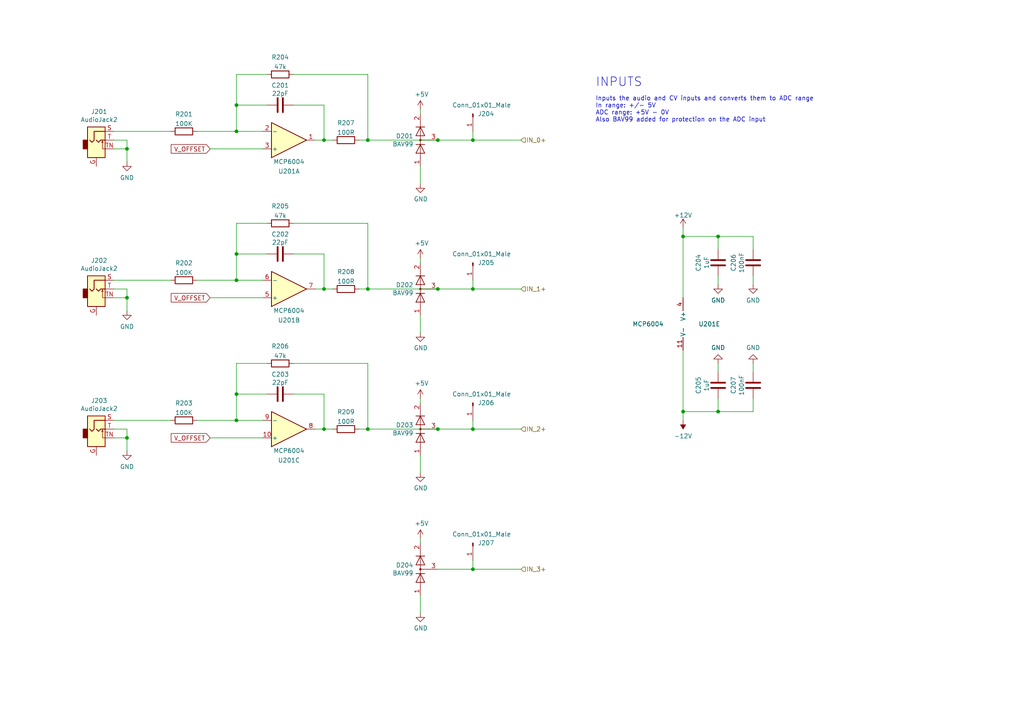
<source format=kicad_sch>
(kicad_sch (version 20211123) (generator eeschema)
  (paper "A4")
  (lib_symbols
    (symbol "Amplifier_Operational:MCP6004" (pin_names (offset 0.127))
      (property "Reference" "U" (at 0 5.08 0))
      (property "Value" "MCP6004" (at 0 -5.08 0))
      (symbol "MCP6004_1_1"
        (polyline (pts (xy -5.08 5.08) (xy 5.08 0) (xy -5.08 -5.08) (xy -5.08 5.08)) (stroke (width 0.254)) (fill (type background)))
        (pin output line (at 7.62 0 180) (length 2.54) (name "~") (number "1"))
        (pin input line (at -7.62 -2.54 0) (length 2.54) (name "-") (number "2"))
        (pin input line (at -7.62 2.54 0) (length 2.54) (name "+") (number "3"))
      )
      (symbol "MCP6004_2_1"
        (polyline (pts (xy -5.08 5.08) (xy 5.08 0) (xy -5.08 -5.08) (xy -5.08 5.08)) (stroke (width 0.254)) (fill (type background)))
        (pin input line (at -7.62 2.54 0) (length 2.54) (name "+") (number "5"))
        (pin input line (at -7.62 -2.54 0) (length 2.54) (name "-") (number "6"))
        (pin output line (at 7.62 0 180) (length 2.54) (name "~") (number "7"))
      )
      (symbol "MCP6004_3_1"
        (polyline (pts (xy -5.08 5.08) (xy 5.08 0) (xy -5.08 -5.08) (xy -5.08 5.08)) (stroke (width 0.254)) (fill (type background)))
        (pin input line (at -7.62 2.54 0) (length 2.54) (name "+") (number "10"))
        (pin output line (at 7.62 0 180) (length 2.54) (name "~") (number "8"))
        (pin input line (at -7.62 -2.54 0) (length 2.54) (name "-") (number "9"))
      )
      (symbol "MCP6004_4_1"
        (polyline (pts (xy -5.08 5.08) (xy 5.08 0) (xy -5.08 -5.08) (xy -5.08 5.08)) (stroke (width 0.254)) (fill (type background)))
        (pin input line (at -7.62 2.54 0) (length 2.54) (name "+") (number "12"))
        (pin input line (at -7.62 -2.54 0) (length 2.54) (name "-") (number "13"))
        (pin output line (at 7.62 0 180) (length 2.54) (name "~") (number "14"))
      )
      (symbol "MCP6004_5_1"
        (pin power_in line (at -2.54 -7.62 90) (length 3.81) (name "V-") (number "11"))
        (pin power_in line (at -2.54 7.62 270) (length 3.81) (name "V+") (number "4"))
      )
    )
    (symbol "Connector:AudioJack2_Ground_SwitchT"
      (property "Reference" "J" (at 0 8.89 0))
      (property "Value" "AudioJack2_Ground_SwitchT" (at 0 6.35 0))
      (symbol "AudioJack2_Ground_SwitchT_0_1"
        (rectangle (start -2.54 0) (end -3.81 -2.54) (stroke (width 0.254)) (fill (type outline)))
        (polyline (pts (xy 1.778 -0.254) (xy 2.032 -0.762)))
        (polyline (pts (xy 0 0) (xy 0.635 -0.635) (xy 1.27 0) (xy 2.54 0)) (stroke (width 0.254)))
        (polyline (pts (xy 2.54 -2.54) (xy 1.778 -2.54) (xy 1.778 -0.254) (xy 1.524 -0.762)))
        (polyline (pts (xy 2.54 2.54) (xy -0.635 2.54) (xy -0.635 0) (xy -1.27 -0.635) (xy -1.905 0)) (stroke (width 0.254)))
        (rectangle (start 2.54 3.81) (end -2.54 -5.08) (stroke (width 0.254)) (fill (type background)))
      )
      (symbol "AudioJack2_Ground_SwitchT_1_1"
        (pin passive line (at 0 -7.62 90) (length 2.54) (name "~") (number "G"))
        (pin passive line (at 5.08 2.54 180) (length 2.54) (name "~") (number "S"))
        (pin passive line (at 5.08 0 180) (length 2.54) (name "~") (number "T"))
        (pin passive line (at 5.08 -2.54 180) (length 2.54) (name "~") (number "TN"))
      )
    )
    (symbol "Connector:Conn_01x01_Male" (pin_names (offset 1.016) hide)
      (property "Reference" "J" (at 0 2.54 0))
      (property "Value" "Conn_01x01_Male" (at 0 -2.54 0))
      (symbol "Conn_01x01_Male_1_1"
        (polyline (pts (xy 1.27 0) (xy 0.8636 0)) (stroke (width 0.1524)))
        (rectangle (start 0.8636 0.127) (end 0 -0.127) (stroke (width 0.1524)) (fill (type outline)))
        (pin passive line (at 5.08 0 180) (length 3.81) (name "Pin_1") (number "1"))
      )
    )
    (symbol "Device:C" (pin_numbers hide) (pin_names (offset 0.254))
      (property "Reference" "C" (at 0.635 2.54 0))
      (property "Value" "C" (at 0.635 -2.54 0))
      (symbol "C_0_1"
        (polyline (pts (xy -2.032 -0.762) (xy 2.032 -0.762)) (stroke (width 0.508)))
        (polyline (pts (xy -2.032 0.762) (xy 2.032 0.762)) (stroke (width 0.508)))
      )
      (symbol "C_1_1"
        (pin passive line (at 0 3.81 270) (length 2.794) (name "~") (number "1"))
        (pin passive line (at 0 -3.81 90) (length 2.794) (name "~") (number "2"))
      )
    )
    (symbol "Device:R" (pin_numbers hide) (pin_names (offset 0))
      (property "Reference" "R" (at 2.032 0 90))
      (property "Value" "R" (at 0 0 90))
      (symbol "R_0_1"
        (rectangle (start -1.016 -2.54) (end 1.016 2.54) (stroke (width 0.254)))
      )
      (symbol "R_1_1"
        (pin passive line (at 0 3.81 270) (length 1.27) (name "~") (number "1"))
        (pin passive line (at 0 -3.81 90) (length 1.27) (name "~") (number "2"))
      )
    )
    (symbol "Diode:BAV99" (pin_names hide)
      (property "Reference" "D" (at 0 5.08 0))
      (property "Value" "Diode_BAV99" (at 0 2.54 0))
      (symbol "BAV99_0_1"
        (polyline (pts (xy -5.08 0) (xy 5.08 0)))
      )
      (symbol "BAV99_1_1"
        (polyline (pts (xy 0 0) (xy 0 -2.54)))
        (polyline (pts (xy -1.27 -1.27) (xy -1.27 1.27) (xy -1.27 1.27)) (stroke (width 0.2032)))
        (polyline (pts (xy 3.81 1.27) (xy 3.81 -1.27) (xy 3.81 -1.27)) (stroke (width 0.2032)))
        (polyline (pts (xy -3.81 1.27) (xy -1.27 0) (xy -3.81 -1.27) (xy -3.81 1.27) (xy -3.81 1.27) (xy -3.81 1.27)) (stroke (width 0.2032)))
        (polyline (pts (xy 1.27 1.27) (xy 3.81 0) (xy 1.27 -1.27) (xy 1.27 1.27) (xy 1.27 1.27) (xy 1.27 1.27)) (stroke (width 0.2032)))
        (circle (center 0 0) (radius 0.254) (fill (type outline)))
        (pin passive line (at -7.62 0 0) (length 2.54) (name "K") (number "1"))
        (pin passive line (at 7.62 0 180) (length 2.54) (name "A") (number "2"))
        (pin passive line (at 0 -5.08 90) (length 2.54) (name "K") (number "3"))
      )
    )
    (symbol "GND_1" (power) (pin_names (offset 0))
      (property "Value" "GND_1" (at 0 -3.81 0))
      (symbol "GND_1_0_1"
        (polyline (pts (xy 0 0) (xy 0 -1.27) (xy 1.27 -1.27) (xy 0 -2.54) (xy -1.27 -1.27) (xy 0 -1.27)))
      )
      (symbol "GND_1_1_1"
        (pin power_in line (at 0 0 270) (length 0) hide (name "GND") (number "1"))
      )
    )
    (symbol "power:+12V" (power) (pin_names (offset 0))
      (property "Value" "+12V" (at 0 3.556 0))
      (symbol "+12V_0_1"
        (polyline (pts (xy -0.762 1.27) (xy 0 2.54)))
        (polyline (pts (xy 0 0) (xy 0 2.54)))
        (polyline (pts (xy 0 2.54) (xy 0.762 1.27)))
      )
      (symbol "+12V_1_1"
        (pin power_in line (at 0 0 90) (length 0) hide (name "+12V") (number "1"))
      )
    )
    (symbol "power:+5V" (power) (pin_names (offset 0))
      (property "Value" "power_+5V" (at 0 3.556 0))
      (symbol "+5V_0_1"
        (polyline (pts (xy -0.762 1.27) (xy 0 2.54)))
        (polyline (pts (xy 0 0) (xy 0 2.54)))
        (polyline (pts (xy 0 2.54) (xy 0.762 1.27)))
      )
      (symbol "+5V_1_1"
        (pin power_in line (at 0 0 90) (length 0) hide (name "+5V") (number "1"))
      )
    )
    (symbol "power:-12V" (power) (pin_names (offset 0))
      (property "Value" "-12V" (at 0 3.81 0))
      (symbol "-12V_0_0"
        (pin power_in line (at 0 0 90) (length 0) hide (name "-12V") (number "1"))
      )
      (symbol "-12V_0_1"
        (polyline (pts (xy 0 0) (xy 0 1.27) (xy 0.762 1.27) (xy 0 2.54) (xy -0.762 1.27) (xy 0 1.27)) (fill (type outline)))
      )
    )
    (symbol "power:GND" (power) (pin_names (offset 0))
      (property "Value" "power_GND" (at 0 -3.81 0))
      (symbol "GND_0_1"
        (polyline (pts (xy 0 0) (xy 0 -1.27) (xy 1.27 -1.27) (xy 0 -2.54) (xy -1.27 -1.27) (xy 0 -1.27)))
      )
      (symbol "GND_1_1"
        (pin power_in line (at 0 0 270) (length 0) hide (name "GND") (number "1"))
      )
    )
  )
  (junction (at 198.12 68.58))
  (junction (at 106.68 124.46))
  (junction (at 68.58 81.28))
  (junction (at 137.16 83.82))
  (junction (at 106.68 83.82))
  (junction (at 68.58 30.48))
  (junction (at 208.28 119.38))
  (junction (at 127 40.64))
  (junction (at 137.16 40.64))
  (junction (at 68.58 121.92))
  (junction (at 127 124.46))
  (junction (at 68.58 38.1))
  (junction (at 93.98 83.82))
  (junction (at 127 83.82))
  (junction (at 198.12 119.38))
  (junction (at 93.98 40.64))
  (junction (at 36.83 43.18))
  (junction (at 137.16 124.46))
  (junction (at 137.16 165.1))
  (junction (at 68.58 73.66))
  (junction (at 68.58 114.3))
  (junction (at 36.83 127))
  (junction (at 93.98 124.46))
  (junction (at 36.83 86.36))
  (junction (at 208.28 68.58))
  (junction (at 106.68 40.64))
  (wire (pts (xy 106.68 40.64) (xy 127 40.64)))
  (wire (pts (xy 93.98 30.48) (xy 93.98 40.64)))
  (wire (pts (xy 93.98 124.46) (xy 91.44 124.46)))
  (wire (pts (xy 68.58 64.77) (xy 68.58 73.66)))
  (wire (pts (xy 121.92 177.8) (xy 121.92 172.72)))
  (wire (pts (xy 137.16 162.56) (xy 137.16 165.1)))
  (wire (pts (xy 121.92 74.93) (xy 121.92 76.2)))
  (wire (pts (xy 121.92 53.34) (xy 121.92 48.26)))
  (wire (pts (xy 127 124.46) (xy 137.16 124.46)))
  (wire (pts (xy 96.52 83.82) (xy 93.98 83.82)))
  (wire (pts (xy 137.16 83.82) (xy 151.13 83.82)))
  (wire (pts (xy 85.09 21.59) (xy 106.68 21.59)))
  (wire (pts (xy 218.44 68.58) (xy 218.44 72.39)))
  (wire (pts (xy 68.58 30.48) (xy 68.58 38.1)))
  (wire (pts (xy 33.02 40.64) (xy 36.83 40.64)))
  (wire (pts (xy 208.28 107.95) (xy 208.28 105.41)))
  (wire (pts (xy 104.14 40.64) (xy 106.68 40.64)))
  (wire (pts (xy 33.02 127) (xy 36.83 127)))
  (wire (pts (xy 208.28 80.01) (xy 208.28 82.55)))
  (wire (pts (xy 68.58 38.1) (xy 76.2 38.1)))
  (wire (pts (xy 137.16 81.28) (xy 137.16 83.82)))
  (wire (pts (xy 121.92 137.16) (xy 121.92 132.08)))
  (wire (pts (xy 137.16 124.46) (xy 151.13 124.46)))
  (wire (pts (xy 68.58 73.66) (xy 77.47 73.66)))
  (wire (pts (xy 137.16 40.64) (xy 151.13 40.64)))
  (wire (pts (xy 208.28 119.38) (xy 208.28 115.57)))
  (wire (pts (xy 68.58 121.92) (xy 76.2 121.92)))
  (wire (pts (xy 57.15 121.92) (xy 68.58 121.92)))
  (wire (pts (xy 137.16 121.92) (xy 137.16 124.46)))
  (wire (pts (xy 57.15 81.28) (xy 68.58 81.28)))
  (wire (pts (xy 93.98 83.82) (xy 91.44 83.82)))
  (wire (pts (xy 68.58 30.48) (xy 77.47 30.48)))
  (wire (pts (xy 198.12 68.58) (xy 198.12 86.36)))
  (wire (pts (xy 68.58 114.3) (xy 68.58 121.92)))
  (wire (pts (xy 121.92 115.57) (xy 121.92 116.84)))
  (wire (pts (xy 127 40.64) (xy 137.16 40.64)))
  (wire (pts (xy 93.98 114.3) (xy 93.98 124.46)))
  (wire (pts (xy 198.12 66.04) (xy 198.12 68.58)))
  (wire (pts (xy 96.52 40.64) (xy 93.98 40.64)))
  (wire (pts (xy 208.28 119.38) (xy 218.44 119.38)))
  (wire (pts (xy 104.14 83.82) (xy 106.68 83.82)))
  (wire (pts (xy 68.58 81.28) (xy 76.2 81.28)))
  (wire (pts (xy 106.68 21.59) (xy 106.68 40.64)))
  (wire (pts (xy 36.83 43.18) (xy 36.83 46.99)))
  (wire (pts (xy 127 83.82) (xy 137.16 83.82)))
  (wire (pts (xy 68.58 114.3) (xy 77.47 114.3)))
  (wire (pts (xy 77.47 105.41) (xy 68.58 105.41)))
  (wire (pts (xy 85.09 114.3) (xy 93.98 114.3)))
  (wire (pts (xy 137.16 165.1) (xy 151.13 165.1)))
  (wire (pts (xy 208.28 68.58) (xy 218.44 68.58)))
  (wire (pts (xy 106.68 105.41) (xy 106.68 124.46)))
  (wire (pts (xy 36.83 86.36) (xy 36.83 90.17)))
  (wire (pts (xy 77.47 64.77) (xy 68.58 64.77)))
  (wire (pts (xy 198.12 119.38) (xy 208.28 119.38)))
  (wire (pts (xy 96.52 124.46) (xy 93.98 124.46)))
  (wire (pts (xy 33.02 121.92) (xy 49.53 121.92)))
  (wire (pts (xy 33.02 81.28) (xy 49.53 81.28)))
  (wire (pts (xy 57.15 38.1) (xy 68.58 38.1)))
  (wire (pts (xy 121.92 31.75) (xy 121.92 33.02)))
  (wire (pts (xy 218.44 119.38) (xy 218.44 115.57)))
  (wire (pts (xy 218.44 80.01) (xy 218.44 82.55)))
  (wire (pts (xy 36.83 40.64) (xy 36.83 43.18)))
  (wire (pts (xy 208.28 68.58) (xy 208.28 72.39)))
  (wire (pts (xy 68.58 105.41) (xy 68.58 114.3)))
  (wire (pts (xy 106.68 83.82) (xy 127 83.82)))
  (wire (pts (xy 60.96 86.36) (xy 76.2 86.36)))
  (wire (pts (xy 106.68 124.46) (xy 127 124.46)))
  (wire (pts (xy 198.12 121.92) (xy 198.12 119.38)))
  (wire (pts (xy 85.09 64.77) (xy 106.68 64.77)))
  (wire (pts (xy 106.68 64.77) (xy 106.68 83.82)))
  (wire (pts (xy 121.92 96.52) (xy 121.92 91.44)))
  (wire (pts (xy 77.47 21.59) (xy 68.58 21.59)))
  (wire (pts (xy 198.12 119.38) (xy 198.12 101.6)))
  (wire (pts (xy 36.83 83.82) (xy 36.83 86.36)))
  (wire (pts (xy 85.09 30.48) (xy 93.98 30.48)))
  (wire (pts (xy 33.02 124.46) (xy 36.83 124.46)))
  (wire (pts (xy 68.58 21.59) (xy 68.58 30.48)))
  (wire (pts (xy 85.09 73.66) (xy 93.98 73.66)))
  (wire (pts (xy 36.83 124.46) (xy 36.83 127)))
  (wire (pts (xy 68.58 73.66) (xy 68.58 81.28)))
  (wire (pts (xy 36.83 127) (xy 36.83 130.81)))
  (wire (pts (xy 85.09 105.41) (xy 106.68 105.41)))
  (wire (pts (xy 93.98 40.64) (xy 91.44 40.64)))
  (wire (pts (xy 198.12 68.58) (xy 208.28 68.58)))
  (wire (pts (xy 60.96 43.18) (xy 76.2 43.18)))
  (wire (pts (xy 218.44 107.95) (xy 218.44 105.41)))
  (wire (pts (xy 121.92 156.21) (xy 121.92 157.48)))
  (wire (pts (xy 33.02 43.18) (xy 36.83 43.18)))
  (wire (pts (xy 127 165.1) (xy 137.16 165.1)))
  (wire (pts (xy 93.98 73.66) (xy 93.98 83.82)))
  (wire (pts (xy 33.02 86.36) (xy 36.83 86.36)))
  (wire (pts (xy 104.14 124.46) (xy 106.68 124.46)))
  (wire (pts (xy 137.16 38.1) (xy 137.16 40.64)))
  (wire (pts (xy 33.02 38.1) (xy 49.53 38.1)))
  (wire (pts (xy 33.02 83.82) (xy 36.83 83.82)))
  (wire (pts (xy 60.96 127) (xy 76.2 127)))
  (text "Inputs the audio and CV inputs and converts them to ADC range\nIn range: +/- 5V\nADC range: +5V - 0V\nAlso BAV99 added for protection on the ADC input" (at 172.72 35.56 0) (effects (font (size 1.27 1.27)) (justify left bottom)))
  (text "INPUTS" (at 172.72 25.4 0) (effects (font (size 2.54 2.54)) (justify left bottom)))
  (global_label "V_OFFSET" (shape input) (at 60.96 127 180) (property "Intersheet References" "${INTERSHEET_REFS}" (effects hide)))
  (global_label "V_OFFSET" (shape input) (at 60.96 43.18 180) (property "Intersheet References" "${INTERSHEET_REFS}" (effects hide)))
  (global_label "V_OFFSET" (shape input) (at 60.96 86.36 180) (property "Intersheet References" "${INTERSHEET_REFS}" (effects hide)))
  (hierarchical_label "IN_2+" (shape input) (at 151.13 124.46 0))
  (hierarchical_label "IN_1+" (shape input) (at 151.13 83.82 0))
  (hierarchical_label "IN_0+" (shape input) (at 151.13 40.64 0))
  (hierarchical_label "IN_3+" (shape input) (at 151.13 165.1 0))
  (symbol (lib_id "Connector:AudioJack2_Ground_SwitchT") (at 27.94 40.64 0) (unit 1)
    (property "Reference" "J201" (at 28.7528 32.385 0))
    (property "Value" "AudioJack2" (at 28.7528 34.6964 0))
    (property "Footprint" "AudioJacks:Jack_3.5mm_QingPu_WQP-PJ398SM_Vertical" (effects hide))
  )
  (symbol (lib_id "Diode:BAV99") (at 121.92 40.64 90) (unit 1)
    (property "Reference" "D201" (at 119.9134 39.4716 90) (effects (justify left)))
    (property "Value" "BAV99" (at 119.9134 41.783 90) (effects (justify left)))
    (property "Footprint" "Package_TO_SOT_SMD:SOT-23" (effects hide))
    (property "Datasheet" "https://assets.nexperia.com/documents/data-sheet/BAV99_SER.pdf" (effects hide))
  )
  (symbol (lib_id "power:+5V") (at 121.92 31.75 0) (unit 1)
    (property "Reference" "#PWR0152" (effects hide))
    (property "Value" "+5V" (at 122.301 27.3558 0))
  )
  (symbol (lib_id "power:GND") (at 121.92 53.34 0) (unit 1)
    (property "Reference" "#PWR0151" (effects hide))
    (property "Value" "GND" (at 122.047 57.7342 0))
  )
  (symbol (lib_id "power:+5V") (at 121.92 115.57 0) (unit 1)
    (property "Reference" "#PWR0165" (effects hide))
    (property "Value" "+5V" (at 122.301 111.1758 0))
  )
  (symbol (lib_name "GND_1") (lib_id "power:GND") (at 36.83 46.99 0) (unit 1)
    (property "Reference" "#PWR0159" (effects hide))
    (property "Value" "GND" (at 36.83 51.5525 0))
  )
  (symbol (lib_id "Device:R") (at 81.28 105.41 90) (unit 1)
    (property "Reference" "R206" (at 81.28 100.4275 90))
    (property "Value" "47k" (at 81.28 103.2026 90))
    (property "Footprint" "Resistor_SMD:R_0805_2012Metric_Pad1.20x1.40mm_HandSolder" (effects hide))
  )
  (symbol (lib_id "power:+5V") (at 121.92 156.21 0) (unit 1)
    (property "Reference" "#PWR0156" (effects hide))
    (property "Value" "+5V" (at 122.301 151.8158 0))
  )
  (symbol (lib_id "power:GND") (at 121.92 137.16 0) (unit 1)
    (property "Reference" "#PWR0155" (effects hide))
    (property "Value" "GND" (at 122.047 141.5542 0))
  )
  (symbol (lib_id "Device:C") (at 81.28 30.48 270) (unit 1)
    (property "Reference" "C201" (at 81.28 24.765 90))
    (property "Value" "22pF" (at 81.28 27.1296 90))
    (property "Footprint" "Capacitor_SMD:C_0805_2012Metric_Pad1.18x1.45mm_HandSolder" (effects hide))
  )
  (symbol (lib_id "Amplifier_Operational:MCP6004") (at 83.82 40.64 0) (mirror x) (unit 1)
    (property "Reference" "U201" (at 83.82 49.6865 0))
    (property "Value" "MCP6004" (at 83.82 46.9114 0))
    (property "Footprint" "Package_SO:SOIC-14_3.9x8.7mm_P1.27mm" (effects hide))
    (property "Datasheet" "http://ww1.microchip.com/downloads/en/DeviceDoc/21733j.pdf" (effects hide))
  )
  (symbol (lib_id "power:GND") (at 208.28 82.55 0) (unit 1)
    (property "Reference" "#PWR0162" (effects hide))
    (property "Value" "GND" (at 208.28 87.1125 0))
  )
  (symbol (lib_id "Diode:BAV99") (at 121.92 124.46 90) (unit 1)
    (property "Reference" "D203" (at 119.9134 123.2916 90) (effects (justify left)))
    (property "Value" "BAV99" (at 119.9134 125.603 90) (effects (justify left)))
    (property "Footprint" "Package_TO_SOT_SMD:SOT-23" (effects hide))
    (property "Datasheet" "https://assets.nexperia.com/documents/data-sheet/BAV99_SER.pdf" (effects hide))
  )
  (symbol (lib_id "power:+5V") (at 121.92 74.93 0) (unit 1)
    (property "Reference" "#PWR0150" (effects hide))
    (property "Value" "+5V" (at 122.301 70.5358 0))
  )
  (symbol (lib_id "Device:R") (at 81.28 64.77 90) (unit 1)
    (property "Reference" "R205" (at 81.28 59.7875 90))
    (property "Value" "47k" (at 81.28 62.5626 90))
    (property "Footprint" "Resistor_SMD:R_0805_2012Metric_Pad1.20x1.40mm_HandSolder" (effects hide))
  )
  (symbol (lib_id "Device:C") (at 81.28 73.66 270) (unit 1)
    (property "Reference" "C202" (at 81.28 67.945 90))
    (property "Value" "22pF" (at 81.28 70.3096 90))
    (property "Footprint" "Capacitor_SMD:C_0805_2012Metric_Pad1.18x1.45mm_HandSolder" (effects hide))
  )
  (symbol (lib_id "Connector:AudioJack2_Ground_SwitchT") (at 27.94 83.82 0) (unit 1)
    (property "Reference" "J202" (at 28.7528 75.565 0))
    (property "Value" "AudioJack2" (at 28.7528 77.8764 0))
    (property "Footprint" "AudioJacks:Jack_3.5mm_QingPu_WQP-PJ398SM_Vertical" (effects hide))
  )
  (symbol (lib_id "Device:C") (at 218.44 111.76 0) (mirror x) (unit 1)
    (property "Reference" "C207" (at 212.725 111.76 90))
    (property "Value" "100nF" (at 215.0896 111.76 90))
    (property "Footprint" "Capacitor_SMD:C_0805_2012Metric_Pad1.18x1.45mm_HandSolder" (effects hide))
  )
  (symbol (lib_id "Diode:BAV99") (at 121.92 165.1 90) (unit 1)
    (property "Reference" "D204" (at 119.9134 163.9316 90) (effects (justify left)))
    (property "Value" "BAV99" (at 119.9134 166.243 90) (effects (justify left)))
    (property "Footprint" "Package_TO_SOT_SMD:SOT-23" (effects hide))
    (property "Datasheet" "https://assets.nexperia.com/documents/data-sheet/BAV99_SER.pdf" (effects hide))
  )
  (symbol (lib_id "Device:R") (at 100.33 124.46 90) (unit 1)
    (property "Reference" "R209" (at 100.33 119.4775 90))
    (property "Value" "100R" (at 100.33 122.2526 90))
    (property "Footprint" "Resistor_SMD:R_0805_2012Metric_Pad1.20x1.40mm_HandSolder" (effects hide))
  )
  (symbol (lib_id "Device:C") (at 81.28 114.3 270) (unit 1)
    (property "Reference" "C203" (at 81.28 108.585 90))
    (property "Value" "22pF" (at 81.28 110.9496 90))
    (property "Footprint" "Capacitor_SMD:C_0805_2012Metric_Pad1.18x1.45mm_HandSolder" (effects hide))
  )
  (symbol (lib_id "Diode:BAV99") (at 121.92 83.82 90) (unit 1)
    (property "Reference" "D202" (at 119.9134 82.6516 90) (effects (justify left)))
    (property "Value" "BAV99" (at 119.9134 84.963 90) (effects (justify left)))
    (property "Footprint" "Package_TO_SOT_SMD:SOT-23" (effects hide))
    (property "Datasheet" "https://assets.nexperia.com/documents/data-sheet/BAV99_SER.pdf" (effects hide))
  )
  (symbol (lib_id "Device:C") (at 208.28 111.76 0) (mirror x) (unit 1)
    (property "Reference" "C205" (at 202.565 111.76 90))
    (property "Value" "1uF" (at 204.9296 111.76 90))
    (property "Footprint" "Capacitor_SMD:C_0805_2012Metric_Pad1.18x1.45mm_HandSolder" (effects hide))
  )
  (symbol (lib_name "GND_1") (lib_id "power:GND") (at 36.83 90.17 0) (unit 1)
    (property "Reference" "#PWR0158" (effects hide))
    (property "Value" "GND" (at 36.83 94.7325 0))
  )
  (symbol (lib_id "Device:R") (at 100.33 40.64 90) (unit 1)
    (property "Reference" "R207" (at 100.33 35.6575 90))
    (property "Value" "100R" (at 100.33 38.4326 90))
    (property "Footprint" "Resistor_SMD:R_0805_2012Metric_Pad1.20x1.40mm_HandSolder" (effects hide))
  )
  (symbol (lib_id "power:-12V") (at 198.12 121.92 180) (unit 1)
    (property "Reference" "#PWR0154" (effects hide))
    (property "Value" "-12V" (at 198.12 126.4825 0))
  )
  (symbol (lib_id "Device:C") (at 218.44 76.2 0) (unit 1)
    (property "Reference" "C206" (at 212.725 76.2 90))
    (property "Value" "100nF" (at 215.0896 76.2 90))
    (property "Footprint" "Capacitor_SMD:C_0805_2012Metric_Pad1.18x1.45mm_HandSolder" (effects hide))
  )
  (symbol (lib_id "Device:R") (at 81.28 21.59 90) (unit 1)
    (property "Reference" "R204" (at 81.28 16.6075 90))
    (property "Value" "47k" (at 81.28 19.3826 90))
    (property "Footprint" "Resistor_SMD:R_0805_2012Metric_Pad1.20x1.40mm_HandSolder" (effects hide))
  )
  (symbol (lib_id "Connector:Conn_01x01_Male") (at 137.16 116.84 270) (unit 1)
    (property "Reference" "J206" (at 140.97 116.84 90))
    (property "Value" "Conn_01x01_Male" (at 139.7 114.3 90))
    (property "Footprint" "Connector_PinSocket_2.54mm:PinSocket_1x01_P2.54mm_Vertical" (effects hide))
  )
  (symbol (lib_id "Amplifier_Operational:MCP6004") (at 83.82 124.46 0) (mirror x) (unit 3)
    (property "Reference" "U201" (at 83.82 133.5065 0))
    (property "Value" "MCP6004" (at 83.82 130.7314 0))
    (property "Footprint" "Package_SO:SOIC-14_3.9x8.7mm_P1.27mm" (effects hide))
    (property "Datasheet" "http://ww1.microchip.com/downloads/en/DeviceDoc/21733j.pdf" (effects hide))
  )
  (symbol (lib_id "Device:R") (at 53.34 121.92 90) (unit 1)
    (property "Reference" "R203" (at 53.34 116.9375 90))
    (property "Value" "100K" (at 53.34 119.7126 90))
    (property "Footprint" "Resistor_SMD:R_0805_2012Metric_Pad1.20x1.40mm_HandSolder" (effects hide))
  )
  (symbol (lib_id "Connector:Conn_01x01_Male") (at 137.16 157.48 270) (unit 1)
    (property "Reference" "J207" (at 140.97 157.48 90))
    (property "Value" "Conn_01x01_Male" (at 139.7 154.94 90))
    (property "Footprint" "Connector_PinSocket_2.54mm:PinSocket_1x01_P2.54mm_Vertical" (effects hide))
  )
  (symbol (lib_id "Connector:AudioJack2_Ground_SwitchT") (at 27.94 124.46 0) (unit 1)
    (property "Reference" "J203" (at 28.7528 116.205 0))
    (property "Value" "AudioJack2" (at 28.7528 118.5164 0))
    (property "Footprint" "AudioJacks:Jack_3.5mm_QingPu_WQP-PJ398SM_Vertical" (effects hide))
  )
  (symbol (lib_id "Amplifier_Operational:MCP6004") (at 83.82 83.82 0) (mirror x) (unit 2)
    (property "Reference" "U201" (at 83.82 92.8665 0))
    (property "Value" "MCP6004" (at 83.82 90.0914 0))
    (property "Footprint" "Package_SO:SOIC-14_3.9x8.7mm_P1.27mm" (effects hide))
    (property "Datasheet" "http://ww1.microchip.com/downloads/en/DeviceDoc/21733j.pdf" (effects hide))
  )
  (symbol (lib_id "power:GND") (at 218.44 82.55 0) (unit 1)
    (property "Reference" "#PWR0164" (effects hide))
    (property "Value" "GND" (at 218.44 87.1125 0))
  )
  (symbol (lib_id "Connector:Conn_01x01_Male") (at 137.16 76.2 270) (unit 1)
    (property "Reference" "J205" (at 140.97 76.2 90))
    (property "Value" "Conn_01x01_Male" (at 139.7 73.66 90))
    (property "Footprint" "Connector_PinSocket_2.54mm:PinSocket_1x01_P2.54mm_Vertical" (effects hide))
  )
  (symbol (lib_id "Device:R") (at 100.33 83.82 90) (unit 1)
    (property "Reference" "R208" (at 100.33 78.8375 90))
    (property "Value" "100R" (at 100.33 81.6126 90))
    (property "Footprint" "Resistor_SMD:R_0805_2012Metric_Pad1.20x1.40mm_HandSolder" (effects hide))
  )
  (symbol (lib_id "Device:R") (at 53.34 38.1 90) (unit 1)
    (property "Reference" "R201" (at 53.34 33.1175 90))
    (property "Value" "100K" (at 53.34 35.8926 90))
    (property "Footprint" "Resistor_SMD:R_0805_2012Metric_Pad1.20x1.40mm_HandSolder" (effects hide))
  )
  (symbol (lib_id "power:GND") (at 218.44 105.41 0) (mirror x) (unit 1)
    (property "Reference" "#PWR0160" (effects hide))
    (property "Value" "GND" (at 218.44 100.8475 0))
  )
  (symbol (lib_id "power:+12V") (at 198.12 66.04 0) (unit 1)
    (property "Reference" "#PWR0163" (effects hide))
    (property "Value" "+12V" (at 198.12 62.4355 0))
  )
  (symbol (lib_id "power:GND") (at 208.28 105.41 0) (mirror x) (unit 1)
    (property "Reference" "#PWR0161" (effects hide))
    (property "Value" "GND" (at 208.28 100.8475 0))
  )
  (symbol (lib_id "Amplifier_Operational:MCP6004") (at 195.58 93.98 0) (mirror y) (unit 5)
    (property "Reference" "U201" (at 205.74 93.98 0))
    (property "Value" "MCP6004" (at 187.96 93.98 0))
    (property "Footprint" "Package_SO:SOIC-14_3.9x8.7mm_P1.27mm" (effects hide))
    (property "Datasheet" "http://ww1.microchip.com/downloads/en/DeviceDoc/21733j.pdf" (effects hide))
  )
  (symbol (lib_id "power:GND") (at 121.92 96.52 0) (unit 1)
    (property "Reference" "#PWR0166" (effects hide))
    (property "Value" "GND" (at 122.047 100.9142 0))
  )
  (symbol (lib_id "Connector:Conn_01x01_Male") (at 137.16 33.02 270) (unit 1)
    (property "Reference" "J204" (at 140.97 33.02 90))
    (property "Value" "Conn_01x01_Male" (at 139.7 30.48 90))
    (property "Footprint" "Connector_PinSocket_2.54mm:PinSocket_1x01_P2.54mm_Vertical" (effects hide))
  )
  (symbol (lib_name "GND_1") (lib_id "power:GND") (at 36.83 130.81 0) (unit 1)
    (property "Reference" "#PWR0157" (effects hide))
    (property "Value" "GND" (at 36.83 135.3725 0))
  )
  (symbol (lib_id "Device:C") (at 208.28 76.2 0) (unit 1)
    (property "Reference" "C204" (at 202.565 76.2 90))
    (property "Value" "1uF" (at 204.9296 76.2 90))
    (property "Footprint" "Capacitor_SMD:C_0805_2012Metric_Pad1.18x1.45mm_HandSolder" (effects hide))
  )
  (symbol (lib_id "Device:R") (at 53.34 81.28 90) (unit 1)
    (property "Reference" "R202" (at 53.34 76.2975 90))
    (property "Value" "100K" (at 53.34 79.0726 90))
    (property "Footprint" "Resistor_SMD:R_0805_2012Metric_Pad1.20x1.40mm_HandSolder" (effects hide))
  )
  (symbol (lib_id "power:GND") (at 121.92 177.8 0) (unit 1)
    (property "Reference" "#PWR0153" (effects hide))
    (property "Value" "GND" (at 122.047 182.1942 0))
  )
)
</source>
